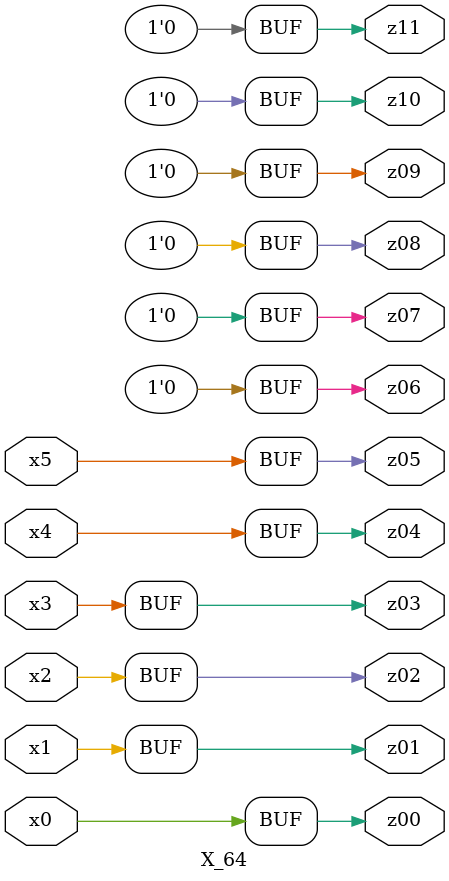
<source format=v>

module X_64 ( 
    x0, x1, x2, x3, x4, x5,
    z00, z01, z02, z03, z04, z05, z06, z07, z08, z09, z10, z11  );
  input  x0, x1, x2, x3, x4, x5;
  output z00, z01, z02, z03, z04, z05, z06, z07, z08, z09, z10, z11;
  assign z00 = x0;
  assign z01 = x1;
  assign z02 = x2;
  assign z03 = x3;
  assign z04 = x4;
  assign z05 = x5;
  assign z06 = 1'b0;
  assign z07 = 1'b0;
  assign z08 = 1'b0;
  assign z09 = 1'b0;
  assign z10 = 1'b0;
  assign z11 = 1'b0;
endmodule



</source>
